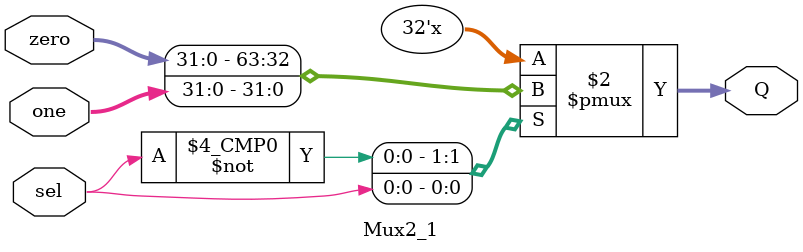
<source format=sv>
`timescale 1ns / 1ps


module Mux2_1(
    input sel,
    input [31:0] zero, one,
    output logic [31:0] Q
    );
    
    always_comb
    begin
        case(sel)
        1'b0: Q <= zero;
        1'b1: Q <= one;
        endcase
    end        
endmodule

</source>
